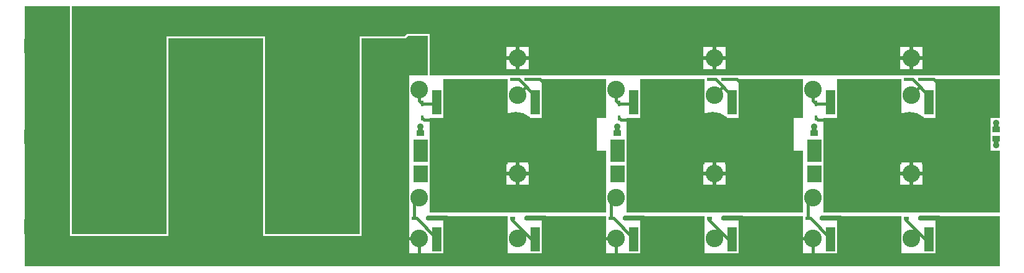
<source format=gbr>
G04 start of page 2 for group 0 idx 0 *
G04 Title: fet12v2, top *
G04 Creator: pcb 20140316 *
G04 CreationDate: Wed 13 Jun 2018 07:35:06 AM GMT UTC *
G04 For: brian *
G04 Format: Gerber/RS-274X *
G04 PCB-Dimensions (mil): 6000.00 5000.00 *
G04 PCB-Coordinate-Origin: lower left *
%MOIN*%
%FSLAX25Y25*%
%LNTOP*%
%ADD43C,0.1878*%
%ADD42C,0.0118*%
%ADD41C,0.0650*%
%ADD40C,0.0125*%
%ADD39C,0.0200*%
%ADD38C,0.0285*%
%ADD37C,0.0360*%
%ADD36R,0.0350X0.0350*%
%ADD35R,0.2200X0.2200*%
%ADD34R,0.0787X0.0787*%
%ADD33R,0.1500X0.1500*%
%ADD32R,0.2400X0.2400*%
%ADD31R,0.1657X0.1657*%
%ADD30R,0.1200X0.1200*%
%ADD29R,0.1342X0.1342*%
%ADD28R,0.0751X0.0751*%
%ADD27R,0.2700X0.2700*%
%ADD26R,0.0700X0.0700*%
%ADD25R,0.0200X0.0200*%
%ADD24R,0.2100X0.2100*%
%ADD23R,0.0276X0.0276*%
%ADD22R,0.0100X0.0100*%
%ADD21R,0.0515X0.0515*%
%ADD20C,0.0394*%
%ADD19R,0.0159X0.0159*%
%ADD18R,0.0512X0.0512*%
%ADD17R,0.0295X0.0295*%
%ADD16C,0.2190*%
%ADD15C,0.0318*%
%ADD14C,0.0950*%
%ADD13C,0.0250*%
%ADD12C,0.0150*%
%ADD11C,0.0001*%
G54D11*G36*
X341500Y103000D02*Y94000D01*
X334000D01*
Y103000D01*
X341500D01*
G37*
G36*
X334000Y105000D02*Y117000D01*
X341500D01*
Y105000D01*
X334000D01*
G37*
G36*
X235500Y103000D02*Y94000D01*
X228000D01*
Y103000D01*
X235500D01*
G37*
G36*
X228000Y105000D02*Y117000D01*
X235500D01*
Y105000D01*
X228000D01*
G37*
G36*
X330500Y189000D02*X343500D01*
Y151500D01*
X330500D01*
Y189000D01*
G37*
G36*
X447500Y103000D02*Y94000D01*
X440000D01*
Y103000D01*
X447500D01*
G37*
G36*
X440000Y105000D02*Y117000D01*
X447500D01*
Y105000D01*
X440000D01*
G37*
G36*
X436500Y189000D02*X449500D01*
Y151500D01*
X436500D01*
Y189000D01*
G37*
G36*
X237500Y174000D02*X224500D01*
X223000Y172500D01*
X199000D01*
Y66000D01*
X148000D01*
Y172500D01*
X95000D01*
Y66000D01*
X44000D01*
Y189000D01*
X237500D01*
Y174000D01*
G37*
G36*
X225000Y173000D02*X235500D01*
Y151500D01*
X225500D01*
Y55500D01*
X226500D01*
Y48500D01*
X18500D01*
Y189000D01*
X43000D01*
Y65000D01*
X96000D01*
Y171500D01*
X147000D01*
Y65000D01*
X200000D01*
Y171500D01*
X223500D01*
X225000Y173000D01*
G37*
G54D12*X390000Y63500D02*X393500Y67000D01*
X387000Y73500D02*Y74500D01*
X397354Y63146D02*X387000Y73500D01*
X399252Y63146D02*X397354D01*
G54D13*X404500Y74500D02*X405500Y73500D01*
X394917Y74500D02*X404500D01*
G54D12*X338500Y128583D02*X339583Y127500D01*
X356500D01*
X337000Y144000D02*Y137917D01*
X338500Y136417D01*
X346236D01*
X394917Y149500D02*X402000D01*
X405000Y146500D01*
X387083Y149500D02*X390500D01*
X399965Y140035D01*
X390000Y141000D02*X394500Y145500D01*
X399965Y140035D02*Y137146D01*
G54D13*X337500Y124000D02*Y120559D01*
X351500Y74500D02*X352500Y73500D01*
X342000Y74500D02*X351500D01*
G54D12*X335500D02*X334083D01*
X337000Y85500D02*X334083Y82583D01*
Y74500D01*
X346252Y63748D02*X335500Y74500D01*
X346252Y63146D02*Y63748D01*
X337000Y63500D02*X330000D01*
X337000D02*Y53500D01*
X284000Y63500D02*X287500Y67000D01*
X293252Y63146D02*X291354D01*
G54D13*X298500Y74500D02*X299500Y73500D01*
X288917Y74500D02*X298500D01*
G54D12*X232500Y128583D02*X233583Y127500D01*
X250500D01*
X231000Y144000D02*Y137917D01*
X232500Y136417D01*
X240236D01*
X288917Y149500D02*X296000D01*
X299000Y146500D01*
X281083Y149500D02*X284500D01*
X293965Y140035D01*
X284000Y141000D02*X288500Y145500D01*
X293965Y140035D02*Y137146D01*
G54D13*X231500Y124000D02*Y120559D01*
G54D12*X281000Y73500D02*Y74500D01*
X291354Y63146D02*X281000Y73500D01*
X240252Y63748D02*X229500Y74500D01*
X240252Y63146D02*Y63748D01*
G54D13*X245500Y74500D02*X246500Y73500D01*
X236000Y74500D02*X245500D01*
G54D12*X231000Y63500D02*Y53500D01*
X229500Y74500D02*X228083D01*
X231000Y85500D02*X228083Y82583D01*
Y74500D01*
X231000Y63500D02*X224000D01*
X444500Y128583D02*X445583Y127500D01*
X462500D01*
X444500Y136417D02*X452236D01*
X500917Y149500D02*X508000D01*
X511000Y146500D01*
X493083Y149500D02*X496500D01*
X505965Y140035D01*
X496000Y141000D02*X500500Y145500D01*
X505965Y140035D02*Y137146D01*
G54D13*X541500Y117441D02*Y114000D01*
Y126000D02*Y122559D01*
G54D12*X452252Y63748D02*X441500Y74500D01*
X452252Y63146D02*Y63748D01*
X443000Y63500D02*X436000D01*
X496000D02*X499500Y67000D01*
X493000Y73500D02*Y74500D01*
X503354Y63146D02*X493000Y73500D01*
X505252Y63146D02*X503354D01*
G54D13*X510500Y74500D02*X511500Y73500D01*
X500917Y74500D02*X510500D01*
X457500D02*X458500Y73500D01*
X448000Y74500D02*X457500D01*
G54D12*X443000Y63500D02*Y53500D01*
Y144000D02*Y137917D01*
X444500Y136417D01*
G54D13*X443500Y124000D02*Y120559D01*
G54D12*X441500Y74500D02*X440083D01*
X443000Y85500D02*X440083Y82583D01*
Y74500D01*
G54D14*X390000Y161000D03*
G54D15*X372949Y164232D03*
X377673D03*
X372949Y159508D03*
X377673D03*
X363500Y164232D03*
X368224D03*
Y159508D03*
X349327Y178405D03*
Y173681D03*
Y168956D03*
X354051Y178405D03*
Y173681D03*
Y168956D03*
X358776Y178405D03*
Y173681D03*
Y168956D03*
X363500Y178405D03*
Y173681D03*
X368224D03*
X372949D03*
X377673D03*
X368224Y178405D03*
X372949D03*
X377673D03*
X363500Y168956D03*
X368224D03*
X372949D03*
X377673D03*
X349327Y164232D03*
Y104405D03*
X354051D03*
X349327Y99681D03*
X354051D03*
X352000Y146500D03*
X354051Y164232D03*
X358776D03*
G54D14*X337000Y144000D03*
G54D15*X349327Y159508D03*
X354051D03*
X358776D03*
X357000Y146500D03*
X363500Y159508D03*
X362000Y146500D03*
X367000D03*
X372000D03*
G54D14*X390000Y141000D03*
G54D15*X377000Y146500D03*
X382000D03*
X315224Y178405D03*
Y173681D03*
Y168956D03*
X319949Y178405D03*
Y173681D03*
Y168956D03*
X324673Y178405D03*
Y173681D03*
Y168956D03*
X315224Y164232D03*
Y159508D03*
X319949Y164232D03*
Y159508D03*
X324673Y164232D03*
Y159508D03*
X296327Y178405D03*
X301051D03*
X305776D03*
X310500D03*
X296327Y173681D03*
Y168956D03*
Y164232D03*
X301051Y173681D03*
X305776D03*
X310500D03*
X301051Y168956D03*
X305776D03*
X310500D03*
X301051Y164232D03*
X305776D03*
X310500D03*
X296327Y159508D03*
X299000Y146500D03*
X304000D03*
X301051Y159508D03*
X305776D03*
X310500D03*
X309000Y146500D03*
X314000D03*
X319000D03*
X324000D03*
X329000D03*
G54D14*X443000Y144000D03*
Y85500D03*
Y63500D03*
G54D15*X435500Y73500D03*
Y53000D03*
X435000Y146500D03*
X455327Y104405D03*
Y99681D03*
X460051D03*
X455327Y94956D03*
Y90232D03*
X460051D03*
X455327Y85508D03*
X460051D03*
X458000Y146500D03*
X463000D03*
X468000D03*
X473000D03*
X478000D03*
X483000D03*
X460051Y104405D03*
X464776D03*
X469500D03*
X474224D03*
X478949D03*
X483673D03*
X464776Y99681D03*
X469500D03*
X474224D03*
X478949D03*
X483673D03*
X460051Y94956D03*
X464776D03*
X469500D03*
X474224D03*
X478949D03*
X483673D03*
X464776Y90232D03*
X469500D03*
X474224D03*
X478949D03*
X483673D03*
X464776Y85508D03*
X469500D03*
X474224D03*
X478949D03*
X483673D03*
X483500Y73500D03*
X481000Y71000D03*
X478500Y73500D03*
X476000Y71000D03*
X473500Y73500D03*
X468500D03*
X463500D03*
X458500D03*
X471000Y71000D03*
X466000D03*
X461000D03*
G54D14*X496000Y161000D03*
Y141000D03*
G54D15*X488000Y146500D03*
X478949Y178405D03*
X483673D03*
X478949Y173681D03*
X483673D03*
X478949Y168956D03*
X483673D03*
X478949Y164232D03*
X483673D03*
X478949Y159508D03*
X483673D03*
X474224Y178405D03*
X464776D03*
X469500D03*
X464776Y173681D03*
X469500D03*
X474224D03*
X455327Y178405D03*
X460051D03*
X455327Y173681D03*
X460051D03*
X455327Y168956D03*
X460051D03*
X464776D03*
X469500D03*
X474224D03*
X455327Y164232D03*
X460051D03*
X455327Y159508D03*
X460051D03*
X464776Y164232D03*
X469500D03*
X474224D03*
X464776Y159508D03*
X469500D03*
X474224D03*
X508327Y178405D03*
Y173681D03*
X513051Y178405D03*
Y173681D03*
X517776D03*
X508327Y168956D03*
Y164232D03*
X513051D03*
X517776Y178405D03*
X522500D03*
X527224D03*
X531949D03*
X536673D03*
X522500Y173681D03*
X527224D03*
X531949D03*
X536673D03*
X513051Y168956D03*
X517776D03*
X522500D03*
X527224D03*
X531949D03*
X536673D03*
X517776Y164232D03*
X522500D03*
X527224D03*
X531949D03*
X536673D03*
X508327Y159508D03*
X513051D03*
X511000Y146500D03*
X516000D03*
X517776Y159508D03*
X522500D03*
X527224D03*
X531949D03*
X536673D03*
X521000Y146500D03*
X526000D03*
X531000D03*
X536000D03*
X541000D03*
G54D14*X496000Y63500D03*
G54D15*X488500Y73500D03*
X486000Y71000D03*
Y50500D03*
Y55500D03*
X483500Y53000D03*
X488500D03*
X481000Y50500D03*
Y55500D03*
X478500Y53000D03*
X476000Y50500D03*
Y55500D03*
X471000Y50500D03*
X473500Y53000D03*
X471000Y55500D03*
X466000Y50500D03*
Y55500D03*
X461000Y50500D03*
X463500Y53000D03*
X461000Y55500D03*
X458500Y53000D03*
X468500D03*
G54D14*X496000Y98500D03*
G54D16*X495000Y121000D03*
G54D15*X522500Y104405D03*
X527224D03*
Y99681D03*
X531949Y104405D03*
Y99681D03*
X536673Y104405D03*
Y99681D03*
X522500D03*
Y94956D03*
X527224D03*
X508327Y104405D03*
X513051D03*
X517776D03*
X508327Y99681D03*
X513051D03*
X517776D03*
X508327Y94956D03*
X513051D03*
X517776D03*
X508327Y90232D03*
X513051D03*
X517776D03*
X508327Y85508D03*
X513051D03*
X517776D03*
X531949Y94956D03*
X536673D03*
X522500Y90232D03*
Y85508D03*
X527224D03*
X531949D03*
X527224Y90232D03*
X531949D03*
X536673D03*
Y85508D03*
X541500Y73500D03*
X539000Y71000D03*
X536500Y73500D03*
X531500D03*
X526500D03*
X521500D03*
X516500D03*
X511500D03*
X534000Y71000D03*
X529000D03*
X524000D03*
X519000D03*
X514000D03*
X539000Y50500D03*
X541500Y53000D03*
X539000Y55500D03*
X534000Y50500D03*
X536500Y53000D03*
X534000Y55500D03*
X531500Y53000D03*
X529000Y55500D03*
Y50500D03*
X524000D03*
X526500Y53000D03*
X524000Y55500D03*
X521500Y53000D03*
X519000Y55500D03*
X514000Y50500D03*
X519000D03*
X516500Y53000D03*
X514000Y55500D03*
X511500Y53000D03*
X421224Y178405D03*
Y173681D03*
Y168956D03*
X425949Y178405D03*
Y173681D03*
Y168956D03*
X430673Y178405D03*
Y173681D03*
Y168956D03*
X421224Y164232D03*
Y159508D03*
X425949Y164232D03*
Y159508D03*
X430673Y164232D03*
Y159508D03*
X402327Y178405D03*
X407051D03*
X411776D03*
X416500D03*
X402327Y173681D03*
Y168956D03*
Y164232D03*
X407051Y173681D03*
X411776D03*
X416500D03*
X407051Y168956D03*
X411776D03*
X416500D03*
X407051Y164232D03*
X411776D03*
X416500D03*
X402327Y159508D03*
X405000Y146500D03*
X410000D03*
X407051Y159508D03*
X411776D03*
X416500D03*
X415000Y146500D03*
X420000D03*
X425000D03*
X430000D03*
G54D14*X390000Y98500D03*
Y63500D03*
G54D16*X389000Y121000D03*
G54D15*X380000Y50500D03*
X382500Y53000D03*
X380000Y55500D03*
X375000D03*
X377500Y53000D03*
X375000Y50500D03*
X370000D03*
X372500Y53000D03*
X370000Y55500D03*
X367500Y53000D03*
X365000Y50500D03*
Y55500D03*
X360000Y50500D03*
X362500Y53000D03*
X360000Y55500D03*
X355000Y50500D03*
X357500Y53000D03*
X352500D03*
X355000Y55500D03*
X402327Y104405D03*
X407051D03*
X411776D03*
X416500D03*
X421224D03*
X425949D03*
Y99681D03*
Y94956D03*
Y90232D03*
X430673Y104405D03*
Y99681D03*
Y94956D03*
Y90232D03*
X407051Y99681D03*
X411776D03*
X416500D03*
X421224D03*
X411776Y94956D03*
X416500D03*
X421224D03*
X411776Y90232D03*
X416500D03*
X421224D03*
X402327Y99681D03*
Y94956D03*
X407051D03*
X402327Y90232D03*
X407051D03*
X402327Y85508D03*
X407051D03*
X411776D03*
X416500D03*
X421224D03*
X425949D03*
X430673D03*
X433000Y71000D03*
X430500Y73500D03*
X428000Y71000D03*
X425500Y73500D03*
X423000Y71000D03*
X420500Y73500D03*
X418000Y71000D03*
X413000D03*
X408000D03*
X415500Y73500D03*
X410500D03*
X405500D03*
X433000Y50500D03*
X428000D03*
X430500Y53000D03*
X433000Y55500D03*
X428000D03*
X423000Y50500D03*
X425500Y53000D03*
X423000Y55500D03*
X418000Y50500D03*
X413000D03*
X415500Y53000D03*
X420500D03*
X418000Y55500D03*
X413000D03*
X408000Y50500D03*
X410500Y53000D03*
X408000Y55500D03*
X405500Y53000D03*
G54D14*X284000Y161000D03*
G54D15*X266949Y164232D03*
X271673D03*
X266949Y159508D03*
X271673D03*
X257500Y164232D03*
X262224D03*
X257500Y159508D03*
X256000Y146500D03*
X261000D03*
X262224Y159508D03*
X271000Y146500D03*
X276000D03*
X243327Y178405D03*
Y173681D03*
Y168956D03*
X248051Y178405D03*
Y173681D03*
Y168956D03*
X252776Y178405D03*
Y173681D03*
Y168956D03*
X257500Y178405D03*
Y173681D03*
X262224D03*
X266949D03*
X271673D03*
X262224Y178405D03*
X266949D03*
X271673D03*
X257500Y168956D03*
X262224D03*
X266949D03*
X271673D03*
X243327Y164232D03*
Y104405D03*
X248051D03*
X243327Y99681D03*
X248051D03*
X246000Y146500D03*
X248051Y164232D03*
X252776D03*
G54D14*X231000Y144000D03*
G54D15*X243327Y159508D03*
X248051D03*
X252776D03*
X251000Y146500D03*
G54D16*X283000Y121000D03*
G54D14*X284000Y141000D03*
G54D15*X266000Y146500D03*
G54D14*X337000Y85500D03*
Y63500D03*
G54D15*X329500Y73500D03*
X327000Y71000D03*
X358776Y104405D03*
X363500D03*
Y99681D03*
X368224Y104405D03*
X372949D03*
X377673D03*
X368224Y99681D03*
Y94956D03*
X372949Y99681D03*
Y94956D03*
X377673Y99681D03*
Y94956D03*
X358776Y99681D03*
Y94956D03*
X363500D03*
X349327D03*
X354051D03*
X349327Y90232D03*
X354051D03*
X349327Y85508D03*
X354051D03*
X358776Y90232D03*
Y85508D03*
X363500Y90232D03*
Y85508D03*
X368224Y90232D03*
Y85508D03*
X372949Y90232D03*
X377673D03*
X372949Y85508D03*
X377673D03*
X382500Y73500D03*
X380000Y71000D03*
X377500Y73500D03*
X375000Y71000D03*
X372500Y73500D03*
X367500D03*
X362500D03*
X357500D03*
X352500D03*
X370000Y71000D03*
X365000D03*
X360000D03*
X355000D03*
X327000Y50500D03*
X322000D03*
X324500Y53000D03*
X329500D03*
X327000Y55500D03*
X322000D03*
X317000Y50500D03*
X319500Y53000D03*
X317000Y55500D03*
X312000Y50500D03*
Y55500D03*
X309500Y53000D03*
X314500D03*
X307000Y50500D03*
Y55500D03*
X302000Y50500D03*
X304500Y53000D03*
X302000Y55500D03*
X299500Y53000D03*
G54D14*X231000Y85500D03*
Y63500D03*
G54D15*X252776Y104405D03*
X257500D03*
Y99681D03*
X262224Y104405D03*
X266949D03*
X271673D03*
X262224Y99681D03*
Y94956D03*
X266949Y99681D03*
Y94956D03*
X271673Y99681D03*
Y94956D03*
X252776Y99681D03*
Y94956D03*
X257500D03*
X243327D03*
X248051D03*
X243327Y90232D03*
X248051D03*
X243327Y85508D03*
X248051D03*
X252776Y90232D03*
Y85508D03*
X257500Y90232D03*
Y85508D03*
X262224Y90232D03*
Y85508D03*
X266949Y90232D03*
X271673D03*
X266949Y85508D03*
X271673D03*
X266500Y73500D03*
X261500D03*
X256500D03*
X251500D03*
X246500D03*
X264000Y71000D03*
X259000D03*
X254000D03*
X249000D03*
X276500Y73500D03*
X274000Y71000D03*
X271500Y73500D03*
X269000Y71000D03*
X274000Y50500D03*
X276500Y53000D03*
X274000Y55500D03*
X269000Y50500D03*
X271500Y53000D03*
X269000Y55500D03*
X266500Y53000D03*
X264000Y55500D03*
Y50500D03*
X259000D03*
X261500Y53000D03*
X259000Y55500D03*
X256500Y53000D03*
X254000Y55500D03*
X249000Y50500D03*
X254000D03*
X251500Y53000D03*
X249000Y55500D03*
X246500Y53000D03*
G54D14*X284000Y98500D03*
Y63500D03*
G54D15*X296327Y104405D03*
X301051D03*
X305776D03*
X310500D03*
X315224D03*
X319949D03*
Y99681D03*
Y94956D03*
Y90232D03*
X324673Y104405D03*
Y99681D03*
Y94956D03*
Y90232D03*
X301051Y99681D03*
X305776D03*
X310500D03*
X315224D03*
X305776Y94956D03*
X310500D03*
X315224D03*
X305776Y90232D03*
X310500D03*
X315224D03*
X296327Y99681D03*
Y94956D03*
X301051D03*
X296327Y90232D03*
X301051D03*
X296327Y85508D03*
X301051D03*
X305776D03*
X310500D03*
X315224D03*
X319949D03*
X324673D03*
X324500Y73500D03*
X322000Y71000D03*
X319500Y73500D03*
X317000Y71000D03*
X314500Y73500D03*
X312000Y71000D03*
X307000D03*
X302000D03*
X309500Y73500D03*
X304500D03*
X299500D03*
G54D17*X443008Y115441D02*X443992D01*
X443008Y120559D02*X443992D01*
G54D18*X444107Y107543D02*X444893D01*
X444107Y100457D02*X444893D01*
G54D19*X444500Y129187D02*Y127978D01*
Y137022D02*Y135813D01*
G54D20*X457689Y102043D03*
X452965Y106768D03*
X457689D03*
X462413Y102043D03*
Y106768D03*
X467138Y102043D03*
Y106768D03*
X471862D03*
X476587D03*
X481311D03*
X486035D03*
X471862Y102043D03*
X476587D03*
X481311D03*
G54D21*X452252Y141083D02*Y133209D01*
G54D22*X452965Y141083D02*Y133209D01*
G54D23*Y140886D02*Y133406D01*
G54D21*X458402Y141083D02*Y133209D01*
G54D22*X457689Y141083D02*Y133209D01*
G54D23*Y140886D02*Y133406D01*
G54D21*X462413Y141083D02*Y133209D01*
G54D23*Y140886D02*Y133406D01*
G54D21*X467138Y141083D02*Y133209D01*
G54D23*Y140886D02*Y133406D01*
G54D21*X458402Y141083D02*X486035D01*
G54D24*X466500Y139000D02*X480000D01*
G54D21*X471862Y141083D02*Y133209D01*
G54D23*Y140886D02*Y133406D01*
G54D21*X476587Y141083D02*Y133209D01*
G54D23*Y140886D02*Y133406D01*
G54D21*X481311Y141083D02*Y133209D01*
G54D23*Y140886D02*Y133406D01*
G54D21*X486035Y141083D02*Y133209D01*
G54D23*Y140886D02*Y133406D01*
G54D19*X500313Y74500D02*X501522D01*
X492478D02*X493687D01*
G54D20*X471862Y92594D03*
Y97319D03*
X476587Y92594D03*
X481311D03*
X476587Y97319D03*
X481311D03*
G54D25*X491000Y98500D02*X501000D01*
X496000Y103500D02*Y93500D01*
G54D21*X505252Y141083D02*Y133209D01*
G54D22*X505965Y141083D02*Y133209D01*
G54D23*Y140886D02*Y133406D01*
G54D21*X511402Y141083D02*Y133209D01*
G54D22*X510689Y141083D02*Y133209D01*
G54D23*Y140886D02*Y133406D01*
G54D21*X515413Y141083D02*Y133209D01*
G54D23*Y140886D02*Y133406D01*
G54D20*X529587Y97319D03*
X534311D03*
X529587Y102043D03*
X534311D03*
Y106768D03*
X539035D03*
G54D21*X520138Y141083D02*Y133209D01*
G54D23*Y140886D02*Y133406D01*
G54D21*X529587Y141083D02*Y133209D01*
G54D23*Y140886D02*Y133406D01*
G54D21*X534311Y141083D02*Y133209D01*
G54D23*Y140886D02*Y133406D01*
G54D21*X539035Y141083D02*Y133209D01*
G54D23*Y140886D02*Y133406D01*
G54D21*X524862Y141083D02*Y133209D01*
G54D23*Y140886D02*Y133406D01*
G54D21*X511402Y141083D02*X539035D01*
G54D24*X519500Y139000D02*X533000D01*
G54D17*X541008Y122559D02*X541992D01*
X541008Y117441D02*X541992D01*
G54D19*X447313Y74500D02*X448522D01*
X439478D02*X440687D01*
G54D21*X452252Y67083D02*Y59209D01*
G54D22*X452965Y67083D02*Y59209D01*
G54D23*Y66886D02*Y59406D01*
G54D21*X458402Y67083D02*Y59209D01*
G54D22*X457689Y67083D02*Y59209D01*
G54D23*Y66886D02*Y59406D01*
G54D26*X441000Y52000D02*X452500D01*
G54D21*X462413Y67083D02*Y59209D01*
G54D23*Y66886D02*Y59406D01*
G54D21*X467138Y67083D02*Y59209D01*
G54D23*Y66886D02*Y59406D01*
G54D21*X471862Y67083D02*Y59209D01*
G54D23*Y66886D02*Y59406D01*
G54D21*X476587Y67083D02*Y59209D01*
G54D23*Y66886D02*Y59406D01*
G54D21*X481311Y67083D02*Y59209D01*
G54D23*Y66886D02*Y59406D01*
G54D21*X486035Y67083D02*Y59209D01*
G54D23*Y66886D02*Y59406D01*
G54D21*X458402Y67083D02*X486035D01*
G54D27*X469500Y62000D02*X477000D01*
G54D28*X452374Y107240D02*X486626D01*
G54D29*X458083Y98776D02*X480917D01*
G54D20*X457689Y97319D03*
X462413D03*
X467138D03*
G54D30*X454500Y98500D02*X484000D01*
G54D31*X457689Y85783D02*X481311D01*
G54D20*X467138Y83146D03*
Y87870D03*
X452965Y83146D03*
X457689D03*
X462413D03*
X452965Y87870D03*
X457689D03*
X462413D03*
X457689Y92594D03*
X471862Y83146D03*
X476587D03*
X481311D03*
X486035D03*
X476587Y87870D03*
X481311D03*
X471862D03*
X486035D03*
X462413Y92594D03*
X467138D03*
G54D28*X505374Y107240D02*X539626D01*
G54D20*X505965Y106768D03*
X510689D03*
X515413D03*
X520138D03*
G54D29*X511083Y98776D02*X533917D01*
G54D20*X520138Y97319D03*
X524862D03*
X520138Y102043D03*
X524862D03*
X510689Y97319D03*
X515413D03*
X510689Y102043D03*
X515413D03*
X524862Y106768D03*
X529587D03*
G54D32*X460500Y116500D02*X526500D01*
G54D30*X508000Y98500D02*X537500D01*
G54D21*X505252Y67083D02*Y59209D01*
G54D22*X505965Y67083D02*Y59209D01*
G54D23*Y66886D02*Y59406D01*
G54D26*X494000Y52000D02*X505500D01*
G54D21*X511402Y67083D02*Y59209D01*
G54D22*X510689Y67083D02*Y59209D01*
G54D23*Y66886D02*Y59406D01*
G54D31*Y85783D02*X534311D01*
G54D20*X520138Y83146D03*
Y87870D03*
X524862Y92594D03*
X529587D03*
X534311D03*
X505965Y83146D03*
X510689D03*
X515413D03*
X505965Y87870D03*
X510689D03*
X515413D03*
X510689Y92594D03*
G54D33*X456000Y85000D02*X536000D01*
G54D20*X524862Y83146D03*
X529587D03*
X534311D03*
X539035D03*
X529587Y87870D03*
X534311D03*
X524862D03*
X539035D03*
X515413Y92594D03*
X520138D03*
G54D21*X515413Y67083D02*Y59209D01*
G54D23*Y66886D02*Y59406D01*
G54D21*X520138Y67083D02*Y59209D01*
G54D23*Y66886D02*Y59406D01*
G54D21*X529587Y67083D02*Y59209D01*
G54D23*Y66886D02*Y59406D01*
G54D21*X534311Y67083D02*Y59209D01*
G54D23*Y66886D02*Y59406D01*
G54D21*X539035Y67083D02*Y59209D01*
G54D23*Y66886D02*Y59406D01*
G54D21*X524862Y67083D02*Y59209D01*
G54D23*Y66886D02*Y59406D01*
G54D21*X511402Y67083D02*X539035D01*
G54D27*X522500Y62000D02*X530000D01*
G54D34*X178240Y70000D02*X186508D01*
X212492D02*X220760D01*
X160492D02*X168760D01*
X126240D02*X134508D01*
X74240D02*X82508D01*
X108492D02*X116760D01*
X56492D02*X64760D01*
X22240D02*X30508D01*
G54D19*X235313Y74500D02*X236522D01*
X227478D02*X228687D01*
G54D21*X240252Y67083D02*Y59209D01*
G54D22*X240965Y67083D02*Y59209D01*
G54D23*Y66886D02*Y59406D01*
G54D17*X231008Y120559D02*X231992D01*
G54D34*X212492Y118500D02*X220760D01*
G54D19*X232500Y129187D02*Y127978D01*
Y137022D02*Y135813D01*
G54D21*X240252Y141083D02*Y133209D01*
G54D22*X240965Y141083D02*Y133209D01*
G54D23*Y140886D02*Y133406D01*
G54D24*X254500Y139000D02*X268000D01*
G54D34*X178240Y118500D02*X186508D01*
X160492D02*X168760D01*
X126240D02*X134508D01*
X108492D02*X116760D01*
X74240D02*X82508D01*
X56492D02*X64760D01*
X22240D02*X30508D01*
G54D19*X288313Y149500D02*X289522D01*
X280478D02*X281687D01*
G54D20*X269311Y157146D03*
X274035D03*
G54D25*X279000Y161000D02*X289000D01*
X284000Y166000D02*Y156000D01*
G54D31*X245689Y159783D02*X269311D01*
G54D20*X255138Y157146D03*
Y161870D03*
X259862Y157146D03*
X264587D03*
X240965D03*
X245689D03*
X250413D03*
X240965Y161870D03*
X245689D03*
X264587D03*
X269311D03*
X259862D03*
X274035D03*
X250413Y166594D03*
X255138D03*
G54D30*X242500Y161000D02*X272000D01*
G54D11*G36*
X225550Y173100D02*Y163200D01*
X235450D01*
Y173100D01*
X225550D01*
G37*
G54D20*X250413Y161870D03*
X245689Y166594D03*
G54D34*X160492Y167500D02*X168760D01*
X126240D02*X134508D01*
X108492D02*X116760D01*
X178240D02*X186508D01*
X212492D02*X220760D01*
X74240D02*X82508D01*
X56492D02*X64760D01*
X22240D02*X30508D01*
G54D20*X264587Y171319D03*
X269311D03*
X264587Y176043D03*
X269311D03*
G54D19*X500313Y149500D02*X501522D01*
X492478D02*X493687D01*
G54D20*X481311Y157146D03*
X486035D03*
G54D25*X491000Y161000D02*X501000D01*
X496000Y166000D02*Y156000D01*
G54D31*X457689Y159783D02*X481311D01*
G54D20*X467138Y157146D03*
Y161870D03*
X471862Y157146D03*
X476587D03*
X452965D03*
X457689D03*
X462413D03*
X452965Y161870D03*
X457689D03*
X476587D03*
X481311D03*
X471862D03*
X486035D03*
X462413Y166594D03*
X467138D03*
X462413Y161870D03*
X457689Y166594D03*
X476587Y171319D03*
X481311D03*
X476587Y176043D03*
X481311D03*
G54D28*X452374Y181240D02*X486626D01*
G54D20*X452965Y180768D03*
X457689D03*
X462413D03*
X467138D03*
Y176043D03*
X471862D03*
Y180768D03*
X476587D03*
X481311D03*
X486035D03*
G54D35*X459500Y178000D02*X532500D01*
G54D20*X471862Y166594D03*
X476587D03*
X481311D03*
G54D29*X458083Y172776D02*X480917D01*
G54D20*X467138Y171319D03*
X471862D03*
X457689D03*
X462413D03*
X457689Y176043D03*
X462413D03*
G54D30*X454500Y161000D02*X484000D01*
G54D31*X510689Y159783D02*X534311D01*
G54D20*X520138Y157146D03*
X515413Y161870D03*
X520138D03*
X524862D03*
X539035D03*
X524862Y157146D03*
X529587D03*
G54D36*X450250Y153250D02*X541750D01*
G54D20*X534311Y157146D03*
X539035D03*
X505965D03*
X510689D03*
X515413D03*
X505965Y161870D03*
X510689D03*
X529587D03*
X534311D03*
G54D30*X508000Y161000D02*X537500D01*
G54D29*X511083Y172776D02*X533917D01*
G54D20*X520138Y166594D03*
Y171319D03*
X524862D03*
X529587D03*
X534311D03*
X524862Y166594D03*
X529587D03*
X534311D03*
X510689D03*
X515413D03*
X510689Y171319D03*
X515413D03*
G54D28*X505374Y181240D02*X539626D01*
G54D20*X520138Y176043D03*
Y180768D03*
X524862D03*
Y176043D03*
X529587D03*
X534311D03*
X510689D03*
X515413D03*
X505965Y180768D03*
X510689D03*
X515413D03*
X529587D03*
X534311D03*
X539035D03*
G54D31*X351689Y159783D02*X375311D01*
G54D20*X361138Y157146D03*
Y161870D03*
X365862Y166594D03*
X370587D03*
X375311D03*
X346965Y157146D03*
X351689D03*
X356413D03*
X346965Y161870D03*
X351689D03*
X356413D03*
X351689Y166594D03*
G54D30*X348500Y161000D02*X378000D01*
G54D20*X365862Y157146D03*
X370587D03*
X375311D03*
X380035D03*
X370587Y161870D03*
X375311D03*
X365862D03*
X380035D03*
X356413Y166594D03*
X361138D03*
G54D28*X346374Y181240D02*X380626D01*
G54D20*X346965Y180768D03*
X351689D03*
X356413D03*
X361138D03*
G54D29*X352083Y172776D02*X374917D01*
G54D20*X361138Y171319D03*
X365862D03*
X361138Y176043D03*
X365862D03*
X351689Y171319D03*
X356413D03*
X351689Y176043D03*
X356413D03*
X365862Y180768D03*
X370587D03*
Y171319D03*
X375311D03*
X370587Y176043D03*
X375311D03*
Y180768D03*
X380035D03*
G54D19*X394313Y149500D02*X395522D01*
X386478D02*X387687D01*
G54D20*X399965Y157146D03*
X404689D03*
X409413D03*
X414138D03*
X418862D03*
X423587D03*
X428311D03*
G54D25*X385000Y161000D02*X395000D01*
G54D31*X404689Y159783D02*X428311D01*
G54D20*X414138Y161870D03*
Y166594D03*
X418862D03*
X423587D03*
X428311D03*
X433035Y157146D03*
X418862Y161870D03*
X423587D03*
X428311D03*
X433035D03*
X399965D03*
X404689D03*
X409413D03*
X404689Y166594D03*
X409413D03*
G54D30*X402000Y161000D02*X431500D01*
G54D25*X390000Y166000D02*Y156000D01*
G54D28*X399374Y181240D02*X433626D01*
G54D20*X399965Y180768D03*
X404689D03*
X409413D03*
X414138D03*
G54D29*X405083Y172776D02*X427917D01*
G54D20*X414138Y171319D03*
X418862D03*
X414138Y176043D03*
X418862D03*
X404689Y171319D03*
X409413D03*
X404689Y176043D03*
X409413D03*
X418862Y180768D03*
X423587D03*
G54D35*X353500Y178000D02*X426500D01*
G54D20*X423587Y171319D03*
X428311D03*
X423587Y176043D03*
X428311D03*
Y180768D03*
X433035D03*
G54D17*X337008Y115441D02*X337992D01*
X337008Y120559D02*X337992D01*
G54D18*X338107Y107543D02*X338893D01*
G54D20*X346965Y106768D03*
G54D18*X338107Y100457D02*X338893D01*
G54D19*X338500Y129187D02*Y127978D01*
Y137022D02*Y135813D01*
G54D21*X346252Y141083D02*Y133209D01*
G54D22*X346965Y141083D02*Y133209D01*
G54D23*Y140886D02*Y133406D01*
G54D21*X352402Y141083D02*Y133209D01*
G54D22*X351689Y141083D02*Y133209D01*
G54D23*Y140886D02*Y133406D01*
G54D21*X356413Y141083D02*Y133209D01*
G54D23*Y140886D02*Y133406D01*
G54D21*X361138Y141083D02*Y133209D01*
G54D23*Y140886D02*Y133406D01*
G54D21*X365862Y141083D02*Y133209D01*
G54D23*Y140886D02*Y133406D01*
G54D21*X370587Y141083D02*Y133209D01*
G54D23*Y140886D02*Y133406D01*
G54D21*X352402Y141083D02*X380035D01*
G54D24*X360500Y139000D02*X374000D01*
G54D20*X351689Y102043D03*
Y106768D03*
X356413D03*
Y102043D03*
X361138D03*
X365862D03*
X370587D03*
X375311D03*
X361138Y106768D03*
X365862D03*
X370587D03*
X375311D03*
X380035D03*
G54D21*X375311Y141083D02*Y133209D01*
G54D23*Y140886D02*Y133406D01*
G54D21*X380035Y141083D02*Y133209D01*
G54D23*Y140886D02*Y133406D01*
G54D19*X394313Y74500D02*X395522D01*
X386478D02*X387687D01*
G54D20*X380035Y87870D03*
X375311Y92594D03*
Y97319D03*
G54D25*X385000Y98500D02*X395000D01*
X390000Y103500D02*Y93500D01*
G54D21*X399252Y141083D02*Y133209D01*
G54D22*X399965Y141083D02*Y133209D01*
G54D23*Y140886D02*Y133406D01*
G54D21*X405402Y141083D02*Y133209D01*
G54D22*X404689Y141083D02*Y133209D01*
G54D23*Y140886D02*Y133406D01*
G54D21*X409413Y141083D02*Y133209D01*
G54D23*Y140886D02*Y133406D01*
G54D21*X414138Y141083D02*Y133209D01*
G54D23*Y140886D02*Y133406D01*
G54D21*X418862Y141083D02*Y133209D01*
G54D23*Y140886D02*Y133406D01*
G54D36*X344250Y153250D02*X435750D01*
G54D21*X428311Y141083D02*Y133209D01*
G54D23*Y140886D02*Y133406D01*
G54D21*X433035Y141083D02*Y133209D01*
G54D23*Y140886D02*Y133406D01*
G54D20*X418862Y92594D03*
X423587D03*
X428311D03*
X418862Y97319D03*
X423587D03*
X428311D03*
X404689D03*
X409413D03*
X414138D03*
X409413Y102043D03*
Y106768D03*
X414138D03*
Y102043D03*
X418862D03*
X423587D03*
X428311D03*
X418862Y106768D03*
X423587D03*
X428311D03*
X433035D03*
X404689Y102043D03*
X399965Y106768D03*
X404689D03*
G54D33*X350000Y85000D02*X430000D01*
G54D32*X354500Y116500D02*X420500D01*
G54D30*X402000Y98500D02*X431500D01*
X348500D02*X378000D01*
G54D21*X423587Y141083D02*Y133209D01*
G54D23*Y140886D02*Y133406D01*
G54D21*X405402Y141083D02*X433035D01*
G54D24*X413500Y139000D02*X427000D01*
G54D21*X414138Y67083D02*Y59209D01*
G54D23*Y66886D02*Y59406D01*
G54D21*X418862Y67083D02*Y59209D01*
G54D23*Y66886D02*Y59406D01*
G54D21*X428311Y67083D02*Y59209D01*
G54D23*Y66886D02*Y59406D01*
G54D21*X433035Y67083D02*Y59209D01*
G54D23*Y66886D02*Y59406D01*
G54D21*X423587Y67083D02*Y59209D01*
G54D23*Y66886D02*Y59406D01*
G54D21*X405402Y67083D02*X433035D01*
G54D27*X416500Y62000D02*X424000D01*
G54D28*X399374Y107240D02*X433626D01*
G54D29*X405083Y98776D02*X427917D01*
G54D31*X404689Y85783D02*X428311D01*
G54D20*X414138Y83146D03*
Y87870D03*
X399965Y83146D03*
X404689D03*
X409413D03*
X399965Y87870D03*
X404689D03*
X409413D03*
X404689Y92594D03*
X418862Y83146D03*
X423587D03*
X428311D03*
X433035D03*
X423587Y87870D03*
X428311D03*
X418862D03*
X433035D03*
X409413Y92594D03*
X414138D03*
G54D21*X399252Y67083D02*Y59209D01*
G54D22*X399965Y67083D02*Y59209D01*
G54D23*Y66886D02*Y59406D01*
G54D21*X405402Y67083D02*Y59209D01*
G54D22*X404689Y67083D02*Y59209D01*
G54D23*Y66886D02*Y59406D01*
G54D21*X409413Y67083D02*Y59209D01*
G54D23*Y66886D02*Y59406D01*
G54D26*X388000Y52000D02*X399500D01*
G54D19*X341313Y74500D02*X342522D01*
X333478D02*X334687D01*
G54D21*X346252Y67083D02*Y59209D01*
G54D22*X346965Y67083D02*Y59209D01*
G54D23*Y66886D02*Y59406D01*
G54D21*X352402Y67083D02*Y59209D01*
G54D22*X351689Y67083D02*Y59209D01*
G54D23*Y66886D02*Y59406D01*
G54D26*X335000Y52000D02*X346500D01*
G54D21*X356413Y67083D02*Y59209D01*
G54D23*Y66886D02*Y59406D01*
G54D21*X361138Y67083D02*Y59209D01*
G54D23*Y66886D02*Y59406D01*
G54D21*X365862Y67083D02*Y59209D01*
G54D23*Y66886D02*Y59406D01*
G54D21*X370587Y67083D02*Y59209D01*
G54D23*Y66886D02*Y59406D01*
G54D21*X375311Y67083D02*Y59209D01*
G54D23*Y66886D02*Y59406D01*
G54D21*X380035Y67083D02*Y59209D01*
G54D23*Y66886D02*Y59406D01*
G54D21*X352402Y67083D02*X380035D01*
G54D27*X363500Y62000D02*X371000D01*
G54D28*X346374Y107240D02*X380626D01*
G54D29*X352083Y98776D02*X374917D01*
G54D20*X351689Y97319D03*
X356413D03*
X361138D03*
X365862D03*
X370587D03*
G54D31*X351689Y85783D02*X375311D01*
G54D20*X361138Y83146D03*
Y87870D03*
X365862D03*
X346965Y83146D03*
X351689D03*
X356413D03*
X346965Y87870D03*
X351689D03*
X356413D03*
X351689Y92594D03*
X356413D03*
X365862Y83146D03*
X370587D03*
X375311D03*
X380035D03*
X370587Y87870D03*
X375311D03*
X361138Y92594D03*
X365862D03*
X370587D03*
G54D28*X240374Y181240D02*X274626D01*
G54D20*X240965Y180768D03*
X245689D03*
X250413D03*
X255138D03*
Y176043D03*
X259862D03*
Y180768D03*
X264587D03*
X269311D03*
X274035D03*
G54D35*X247500Y178000D02*X320500D01*
G54D11*G36*
X225550Y188800D02*Y178900D01*
X235450D01*
Y188800D01*
X225550D01*
G37*
G54D20*X259862Y166594D03*
X264587D03*
X269311D03*
G54D29*X246083Y172776D02*X268917D01*
G54D20*X255138Y171319D03*
X259862D03*
X245689D03*
X250413D03*
X245689Y176043D03*
X250413D03*
G54D31*X298689Y159783D02*X322311D01*
G54D20*X308138Y157146D03*
X303413Y161870D03*
X308138D03*
X312862D03*
X327035D03*
X312862Y157146D03*
X317587D03*
G54D36*X238250Y153250D02*X329750D01*
G54D20*X322311Y157146D03*
X327035D03*
X293965D03*
X298689D03*
X303413D03*
X293965Y161870D03*
X298689D03*
X317587D03*
X322311D03*
G54D30*X296000Y161000D02*X325500D01*
G54D29*X299083Y172776D02*X321917D01*
G54D20*X308138Y166594D03*
Y171319D03*
X312862D03*
X317587D03*
X322311D03*
X312862Y166594D03*
X317587D03*
X322311D03*
X298689D03*
X303413D03*
X298689Y171319D03*
X303413D03*
G54D28*X293374Y181240D02*X327626D01*
G54D20*X308138Y176043D03*
Y180768D03*
X312862D03*
Y176043D03*
X317587D03*
X322311D03*
X298689D03*
X303413D03*
X293965Y180768D03*
X298689D03*
X303413D03*
X317587D03*
X322311D03*
X327035D03*
G54D19*X288313Y74500D02*X289522D01*
X280478D02*X281687D01*
G54D21*X293252Y67083D02*Y59209D01*
G54D22*X293965Y67083D02*Y59209D01*
G54D23*Y66886D02*Y59406D01*
G54D21*X299402Y67083D02*Y59209D01*
G54D22*X298689Y67083D02*Y59209D01*
G54D23*Y66886D02*Y59406D01*
G54D26*X282000Y52000D02*X293500D01*
G54D21*X303413Y67083D02*Y59209D01*
G54D23*Y66886D02*Y59406D01*
G54D21*X308138Y67083D02*Y59209D01*
G54D23*Y66886D02*Y59406D01*
G54D21*X312862Y67083D02*Y59209D01*
G54D23*Y66886D02*Y59406D01*
G54D21*X317587Y67083D02*Y59209D01*
G54D23*Y66886D02*Y59406D01*
G54D21*X322311Y67083D02*Y59209D01*
G54D23*Y66886D02*Y59406D01*
G54D21*X327035Y67083D02*Y59209D01*
G54D23*Y66886D02*Y59406D01*
G54D21*X299402Y67083D02*X327035D01*
G54D27*X310500Y62000D02*X318000D01*
G54D20*X293965Y83146D03*
Y87870D03*
X298689Y83146D03*
Y87870D03*
X303413D03*
Y83146D03*
X308138D03*
X312862D03*
X317587D03*
X322311D03*
X327035D03*
X308138Y87870D03*
X312862D03*
X317587D03*
X322311D03*
X327035D03*
X298689Y92594D03*
X303413D03*
X308138D03*
X312862D03*
X317587D03*
X322311D03*
X317587Y97319D03*
X322311D03*
X308138D03*
X312862D03*
X308138Y102043D03*
X312862D03*
X317587D03*
X322311D03*
X298689Y97319D03*
X303413D03*
Y102043D03*
X298689D03*
X293965Y106768D03*
X298689D03*
X303413D03*
G54D17*X231008Y115441D02*X231992D01*
G54D18*X232107Y107543D02*X232893D01*
X232107Y100457D02*X232893D01*
G54D21*X246402Y67083D02*Y59209D01*
G54D22*X245689Y67083D02*Y59209D01*
G54D23*Y66886D02*Y59406D01*
G54D21*X250413Y67083D02*Y59209D01*
G54D23*Y66886D02*Y59406D01*
G54D21*X255138Y67083D02*Y59209D01*
G54D23*Y66886D02*Y59406D01*
G54D21*X259862Y67083D02*Y59209D01*
G54D23*Y66886D02*Y59406D01*
G54D21*X264587Y67083D02*Y59209D01*
G54D23*Y66886D02*Y59406D01*
G54D21*X269311Y67083D02*Y59209D01*
G54D23*Y66886D02*Y59406D01*
G54D21*X274035Y67083D02*Y59209D01*
G54D23*Y66886D02*Y59406D01*
G54D21*X246402Y67083D02*X274035D01*
G54D27*X257500Y62000D02*X265000D01*
G54D26*X229000Y52000D02*X240500D01*
G54D20*X240965Y83146D03*
Y87870D03*
X245689Y83146D03*
Y87870D03*
X250413D03*
Y83146D03*
X255138D03*
X259862D03*
X264587D03*
X269311D03*
X274035D03*
X255138Y87870D03*
X259862D03*
X264587D03*
X269311D03*
X274035D03*
X245689Y92594D03*
X250413D03*
X255138D03*
X259862D03*
X264587D03*
X269311D03*
X245689Y97319D03*
X250413D03*
X245689Y102043D03*
X250413D03*
X264587Y97319D03*
X269311D03*
X255138D03*
X259862D03*
X255138Y102043D03*
G54D21*X246402Y141083D02*Y133209D01*
G54D22*X245689Y141083D02*Y133209D01*
G54D23*Y140886D02*Y133406D01*
G54D21*X250413Y141083D02*Y133209D01*
G54D23*Y140886D02*Y133406D01*
G54D21*X255138Y141083D02*Y133209D01*
G54D23*Y140886D02*Y133406D01*
G54D21*X259862Y141083D02*Y133209D01*
G54D23*Y140886D02*Y133406D01*
G54D21*X264587Y141083D02*Y133209D01*
G54D23*Y140886D02*Y133406D01*
G54D21*X246402Y141083D02*X274035D01*
X269311D02*Y133209D01*
G54D23*Y140886D02*Y133406D01*
G54D21*X274035Y141083D02*Y133209D01*
G54D23*Y140886D02*Y133406D01*
G54D21*X293252Y141083D02*Y133209D01*
G54D22*X293965Y141083D02*Y133209D01*
G54D23*Y140886D02*Y133406D01*
G54D21*X299402Y141083D02*Y133209D01*
G54D22*X298689Y141083D02*Y133209D01*
G54D23*Y140886D02*Y133406D01*
G54D21*X303413Y141083D02*Y133209D01*
G54D23*Y140886D02*Y133406D01*
G54D21*X308138Y141083D02*Y133209D01*
G54D23*Y140886D02*Y133406D01*
G54D21*X312862Y141083D02*Y133209D01*
G54D23*Y140886D02*Y133406D01*
G54D21*X322311Y141083D02*Y133209D01*
G54D23*Y140886D02*Y133406D01*
G54D21*X327035Y141083D02*Y133209D01*
G54D23*Y140886D02*Y133406D01*
G54D21*X317587Y141083D02*Y133209D01*
G54D23*Y140886D02*Y133406D01*
G54D21*X299402Y141083D02*X327035D01*
G54D24*X307500Y139000D02*X321000D01*
G54D28*X293374Y107240D02*X327626D01*
G54D29*X299083Y98776D02*X321917D01*
G54D20*X308138Y106768D03*
X312862D03*
G54D31*X298689Y85783D02*X322311D01*
G54D20*X317587Y106768D03*
X322311D03*
X327035D03*
G54D28*X240374Y107240D02*X274626D01*
G54D20*X240965Y106768D03*
X245689D03*
X250413D03*
X255138D03*
G54D29*X246083Y98776D02*X268917D01*
G54D31*X245689Y85783D02*X269311D01*
G54D20*X259862Y102043D03*
X264587D03*
X269311D03*
G54D30*X242500Y98500D02*X272000D01*
G54D20*X259862Y106768D03*
X264587D03*
X269311D03*
X274035D03*
G54D30*X296000Y98500D02*X325500D01*
G54D25*X279000D02*X289000D01*
X284000Y103500D02*Y93500D01*
G54D33*X244000Y85000D02*X324000D01*
G54D32*X248500Y116500D02*X314500D01*
G54D37*X336000Y112000D03*
X340000D03*
X337500Y124000D03*
X336000Y96000D03*
X340000D03*
X230000Y112000D03*
Y96000D03*
X231500Y124000D03*
X234000Y112000D03*
Y96000D03*
G54D38*X223000Y112500D03*
X216500Y124500D03*
X210000D03*
X223000D03*
X210000Y112500D03*
X216500D03*
X206500Y118500D03*
X192500D03*
X154500D03*
X224000Y187500D03*
Y184000D03*
Y180500D03*
X206500Y170000D03*
X223000Y161500D03*
X218500D03*
X209500D03*
X214000D03*
X206500Y165500D03*
X182500Y161500D03*
X176000D03*
X171000D03*
X158000D03*
X164500D03*
X189000D03*
X154500Y167500D03*
X164500Y173500D03*
X158000D03*
X192500Y167500D03*
X176000Y173500D03*
X189000D03*
X182500D03*
X171000D03*
G54D37*X442000Y112000D03*
X446000D03*
X443500Y124000D03*
X442000Y96000D03*
X446000D03*
X541500Y114000D03*
Y126000D03*
G54D38*X87500Y167500D03*
X119000Y161500D03*
X105500D03*
X110000D03*
X114500D03*
X102500Y164500D03*
Y170000D03*
X78500Y161500D03*
X72000D03*
X67000D03*
X85000D03*
Y173500D03*
X60500Y161500D03*
X72000Y173500D03*
X78500D03*
X60500D03*
X67000D03*
X88500Y118500D03*
X50500D03*
X20000Y124500D03*
X33000D03*
X26500D03*
Y112500D03*
X33000D03*
X20000D03*
X102500Y118500D03*
X36500D03*
X54000Y112500D03*
X60500D03*
X72000Y124500D03*
X78500D03*
X60500D03*
X54000D03*
X67000D03*
X85000D03*
X78500Y112500D03*
X85000D03*
X72000D03*
X67000D03*
X20000Y76000D03*
X33000D03*
X36500Y70000D03*
X26500Y76000D03*
Y64000D03*
X33000D03*
X20000D03*
X72000Y76000D03*
X81000D03*
X76500D03*
X67000D03*
X53500D03*
X58000D03*
X62500D03*
X50500Y67500D03*
Y72500D03*
X85500Y76000D03*
X102500Y70000D03*
X88500Y67500D03*
Y72500D03*
X50500Y167500D03*
X54000Y161500D03*
X20000D03*
Y173500D03*
X26500Y161500D03*
X33000D03*
Y173500D03*
X26500D03*
X36500Y167500D03*
X54000Y173500D03*
X124000Y161500D03*
X128500D03*
X112500Y124500D03*
X106000D03*
X119000D03*
X124000D03*
X130500D03*
X119000Y112500D03*
X112500D03*
X130500D03*
X137000D03*
X124000D03*
X106000D03*
X140500Y118500D03*
X137500Y161500D03*
X133000D03*
X137000Y124500D03*
X140500Y170000D03*
Y164500D03*
X176000Y124500D03*
X164500D03*
X158000D03*
X171000D03*
X189000D03*
X182500D03*
Y112500D03*
X189000D03*
X176000D03*
X171000D03*
X158000D03*
X164500D03*
X124000Y76000D03*
X130500D03*
X112500D03*
X106000D03*
X119000D03*
X137000D03*
X130500Y64000D03*
X137000D03*
X124000D03*
X119000D03*
X106000D03*
X112500D03*
X140500Y70000D03*
X176000Y76000D03*
X185000D03*
X180500D03*
X171000D03*
X157500D03*
X162000D03*
X166500D03*
X216500D03*
X210000D03*
X223000D03*
X189500D03*
X192500Y67500D03*
Y72500D03*
X223000Y64000D03*
X210000D03*
X216500D03*
X206500Y70000D03*
X154500Y67500D03*
Y72500D03*
G54D39*G54D40*G54D39*G54D40*G54D41*G54D42*G54D41*G54D42*G54D41*G54D42*G54D41*G54D42*G54D41*G54D42*G54D41*G54D42*G54D41*G54D43*G54D42*G54D41*G54D43*G54D42*G54D41*G54D42*G54D41*G54D42*G54D43*G54D41*G54D42*G54D41*G54D42*G54D41*G54D42*G54D41*G54D42*M02*

</source>
